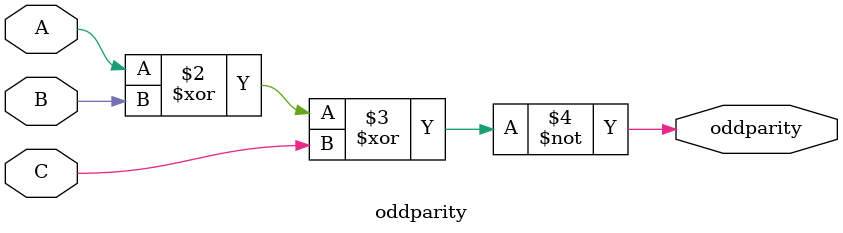
<source format=v>
`timescale 1ns / 1ps
module oddparity(
	input A,
	input B,
	input C,
	output reg  oddparity
	);
   
  always @ (*)  oddparity <= ~(A ^ B ^ C);
  
   


endmodule

</source>
